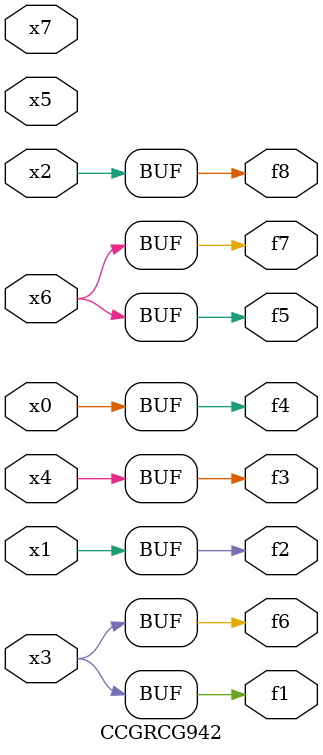
<source format=v>
module CCGRCG942(
	input x0, x1, x2, x3, x4, x5, x6, x7,
	output f1, f2, f3, f4, f5, f6, f7, f8
);
	assign f1 = x3;
	assign f2 = x1;
	assign f3 = x4;
	assign f4 = x0;
	assign f5 = x6;
	assign f6 = x3;
	assign f7 = x6;
	assign f8 = x2;
endmodule

</source>
